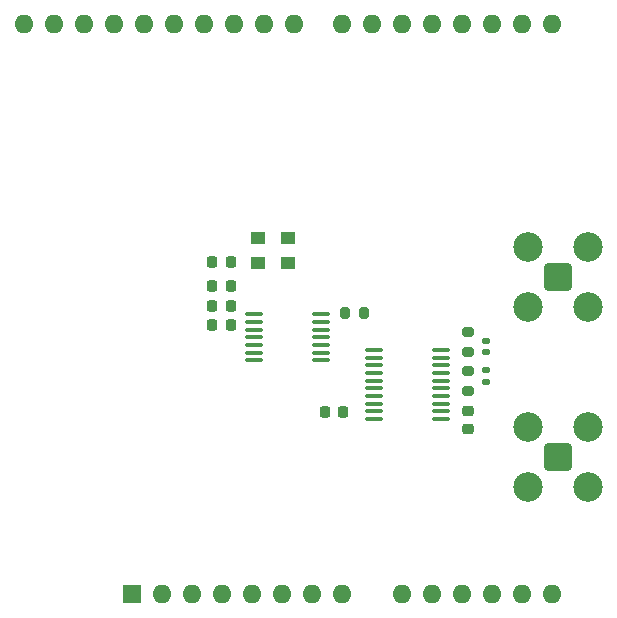
<source format=gbs>
G04 #@! TF.GenerationSoftware,KiCad,Pcbnew,8.0.3*
G04 #@! TF.CreationDate,2024-11-06T17:03:23+01:00*
G04 #@! TF.ProjectId,UNOtdc,554e4f74-6463-42e6-9b69-6361645f7063,1.10*
G04 #@! TF.SameCoordinates,Original*
G04 #@! TF.FileFunction,Soldermask,Bot*
G04 #@! TF.FilePolarity,Negative*
%FSLAX46Y46*%
G04 Gerber Fmt 4.6, Leading zero omitted, Abs format (unit mm)*
G04 Created by KiCad (PCBNEW 8.0.3) date 2024-11-06 17:03:23*
%MOMM*%
%LPD*%
G01*
G04 APERTURE LIST*
G04 Aperture macros list*
%AMRoundRect*
0 Rectangle with rounded corners*
0 $1 Rounding radius*
0 $2 $3 $4 $5 $6 $7 $8 $9 X,Y pos of 4 corners*
0 Add a 4 corners polygon primitive as box body*
4,1,4,$2,$3,$4,$5,$6,$7,$8,$9,$2,$3,0*
0 Add four circle primitives for the rounded corners*
1,1,$1+$1,$2,$3*
1,1,$1+$1,$4,$5*
1,1,$1+$1,$6,$7*
1,1,$1+$1,$8,$9*
0 Add four rect primitives between the rounded corners*
20,1,$1+$1,$2,$3,$4,$5,0*
20,1,$1+$1,$4,$5,$6,$7,0*
20,1,$1+$1,$6,$7,$8,$9,0*
20,1,$1+$1,$8,$9,$2,$3,0*%
G04 Aperture macros list end*
%ADD10RoundRect,0.200100X0.949900X-0.949900X0.949900X0.949900X-0.949900X0.949900X-0.949900X-0.949900X0*%
%ADD11C,2.500000*%
%ADD12RoundRect,0.147500X-0.172500X0.147500X-0.172500X-0.147500X0.172500X-0.147500X0.172500X0.147500X0*%
%ADD13RoundRect,0.225000X-0.225000X-0.250000X0.225000X-0.250000X0.225000X0.250000X-0.225000X0.250000X0*%
%ADD14RoundRect,0.147500X0.172500X-0.147500X0.172500X0.147500X-0.172500X0.147500X-0.172500X-0.147500X0*%
%ADD15RoundRect,0.225000X0.225000X0.250000X-0.225000X0.250000X-0.225000X-0.250000X0.225000X-0.250000X0*%
%ADD16RoundRect,0.225000X-0.250000X0.225000X-0.250000X-0.225000X0.250000X-0.225000X0.250000X0.225000X0*%
%ADD17RoundRect,0.200000X0.200000X0.275000X-0.200000X0.275000X-0.200000X-0.275000X0.200000X-0.275000X0*%
%ADD18R,1.200000X1.100000*%
%ADD19RoundRect,0.200000X0.275000X-0.200000X0.275000X0.200000X-0.275000X0.200000X-0.275000X-0.200000X0*%
%ADD20RoundRect,0.100000X-0.637500X-0.100000X0.637500X-0.100000X0.637500X0.100000X-0.637500X0.100000X0*%
%ADD21RoundRect,0.100000X0.637500X0.100000X-0.637500X0.100000X-0.637500X-0.100000X0.637500X-0.100000X0*%
%ADD22R,1.600000X1.600000*%
%ADD23O,1.600000X1.600000*%
%ADD24RoundRect,0.200000X-0.275000X0.200000X-0.275000X-0.200000X0.275000X-0.200000X0.275000X0.200000X0*%
G04 APERTURE END LIST*
D10*
X127595000Y-62230000D03*
D11*
X125055000Y-64770000D03*
X130135000Y-64770000D03*
X125055000Y-59690000D03*
X130135000Y-59690000D03*
D12*
X121499000Y-70104000D03*
X121499000Y-71074000D03*
D13*
X98372000Y-64643000D03*
X99922000Y-64643000D03*
X98372000Y-62992000D03*
X99922000Y-62992000D03*
D10*
X127595000Y-77470000D03*
D11*
X125055000Y-80010000D03*
X130135000Y-80010000D03*
X125055000Y-74930000D03*
X130135000Y-74930000D03*
D14*
X121499000Y-68557000D03*
X121499000Y-67587000D03*
D15*
X99922000Y-60960000D03*
X98372000Y-60960000D03*
D16*
X120025800Y-73558400D03*
X120025800Y-75108400D03*
D17*
X111211000Y-65278000D03*
X109561000Y-65278000D03*
D18*
X102195000Y-58894000D03*
X104735000Y-58894000D03*
X104735000Y-61004000D03*
X102195000Y-60994000D03*
D15*
X109434000Y-73660000D03*
X107884000Y-73660000D03*
D13*
X98372000Y-66294000D03*
X99922000Y-66294000D03*
D19*
X119975000Y-68516000D03*
X119975000Y-66866000D03*
D20*
X112032500Y-74228000D03*
X112032500Y-73578000D03*
X112032500Y-72928000D03*
X112032500Y-72278000D03*
X112032500Y-71628000D03*
X112032500Y-70978000D03*
X112032500Y-70328000D03*
X112032500Y-69678000D03*
X112032500Y-69028000D03*
X112032500Y-68378000D03*
X117757500Y-68378000D03*
X117757500Y-69028000D03*
X117757500Y-69678000D03*
X117757500Y-70328000D03*
X117757500Y-70978000D03*
X117757500Y-71628000D03*
X117757500Y-72278000D03*
X117757500Y-72928000D03*
X117757500Y-73578000D03*
X117757500Y-74228000D03*
D21*
X107597500Y-65360000D03*
X107597500Y-66010000D03*
X107597500Y-66660000D03*
X107597500Y-67310000D03*
X107597500Y-67960000D03*
X107597500Y-68610000D03*
X107597500Y-69260000D03*
X101872500Y-69260000D03*
X101872500Y-68610000D03*
X101872500Y-67960000D03*
X101872500Y-67310000D03*
X101872500Y-66660000D03*
X101872500Y-66010000D03*
X101872500Y-65360000D03*
D22*
X91567000Y-89027000D03*
D23*
X94107000Y-89027000D03*
X96647000Y-89027000D03*
X99187000Y-89027000D03*
X101727000Y-89027000D03*
X104267000Y-89027000D03*
X106807000Y-89027000D03*
X109347000Y-89027000D03*
X114427000Y-89027000D03*
X116967000Y-89027000D03*
X119507000Y-89027000D03*
X122047000Y-89027000D03*
X124587000Y-89027000D03*
X127127000Y-89027000D03*
X127127000Y-40767000D03*
X124587000Y-40767000D03*
X122047000Y-40767000D03*
X119507000Y-40767000D03*
X116967000Y-40767000D03*
X114427000Y-40767000D03*
X111887000Y-40767000D03*
X109347000Y-40767000D03*
X105287000Y-40767000D03*
X102747000Y-40767000D03*
X100207000Y-40767000D03*
X97667000Y-40767000D03*
X95127000Y-40767000D03*
X92587000Y-40767000D03*
X90047000Y-40767000D03*
X87507000Y-40767000D03*
X84967000Y-40767000D03*
X82427000Y-40767000D03*
D24*
X119975000Y-70168000D03*
X119975000Y-71818000D03*
M02*

</source>
